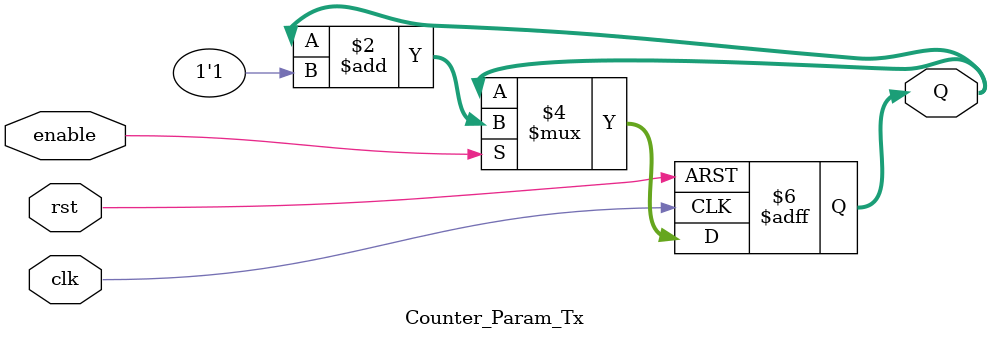
<source format=v>
`timescale 1ns / 1ps
module Counter_Param_Tx
 # (parameter n = 8)
(
    input clk,
    input rst,
    input enable,
    output reg [n-1:0] Q
    );
 always @(posedge rst, posedge clk) 
    begin
        if (rst)
            Q <= {n{1'b0}};
        else
            if (enable)
                Q <= Q + 1'b1;
            else
                Q <= Q;
    end 
endmodule

</source>
